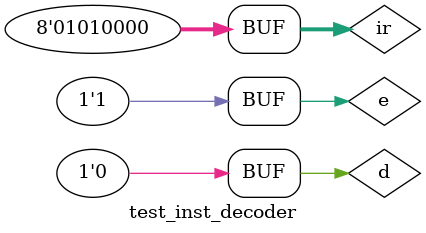
<source format=v>
`timescale 1ns / 1ps


module test_inst_decoder;

	// Inputs
	reg [7:0] ir;
	reg d;
	reg e;

	// Outputs
	wire loadf;
	wire addf;
	wire subf;
	wire bitandf;
	wire inpf;
	wire outpf;

	// Instantiate the Unit Under Test (UUT)
	inst_decoder uut (
		.ir(ir), 
		.d(d), 
		.e(e), 
		.loadf(loadf), 
		.addf(addf), 
		.subf(subf), 
		.bitandf(bitandf), 
		.inpf(inpf), 
		.outpf(outpf)
	);

	initial begin
		// Initialize Inputs
		ir = 8'b00000000;
		d=1;
		e=0;
		// Wait 100 ns for global reset to finish
		#100;
        
		// Add stimulus here
		ir = 8'b00010000;
		d=1;
		e=1;
		#100;
		
		ir = 8'b00100000;
		d=0;
		e=1;
		#100;
		
		ir = 8'b00110000;
		d=1;
		e=1;
		#100;
		
		ir = 8'b01000000;
		d=1;
		e=0;
		#100;
		
		ir = 8'b01010000;
		d=0;
		e=1;
		#100;
		// #################################
		ir = 8'b00000000;
		d=0;
		e=0;

		#70;
        
		ir = 8'b00010000;
		d=0;
		e=0;
		#70;
		
		ir = 8'b00100000;
		d=0;
		e=0;
		#70;
		
		ir = 8'b00110000;
		d=1;
		e=1;
		#70;
		
		ir = 8'b01000000;
		d=0;
		e=0;
		#70;
		
		ir = 8'b01010000;
		d=0;
		e=1;
		#70;

	end 
endmodule


</source>
